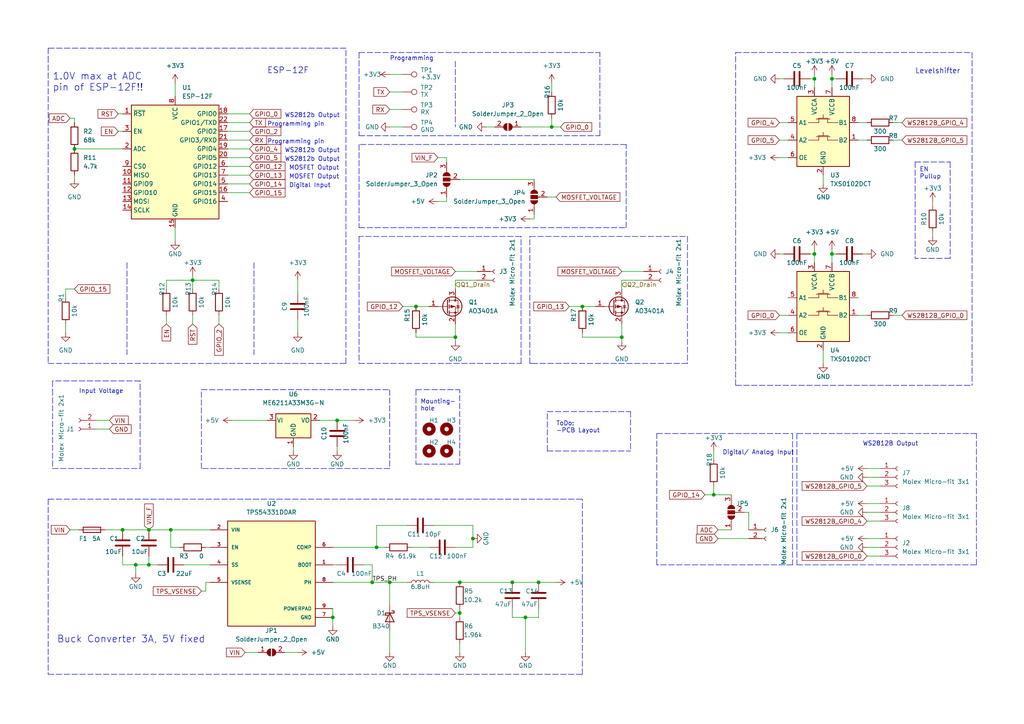
<source format=kicad_sch>
(kicad_sch (version 20211123) (generator eeschema)
  (paper "A4")
  (title_block (title "WLED ESP8266 molex microfit") (rev "1"))
  (junction (at 152.4 179.07))
  (junction (at 35.56 153.67))
  (junction (at 109.22 158.75))
  (junction (at 39.37 163.83))
  (junction (at 156.21 168.91))
  (junction (at 21.59 43.18))
  (junction (at 96.52 179.07))
  (junction (at 148.59 168.91))
  (junction (at 137.16 156.21))
  (junction (at 43.18 163.83))
  (junction (at 207.01 143.51))
  (junction (at 236.22 73.66))
  (junction (at 55.88 81.28))
  (junction (at 241.3 22.86))
  (junction (at 120.65 88.9))
  (junction (at 133.35 177.8))
  (junction (at 241.3 73.66))
  (junction (at 133.35 168.91))
  (junction (at 160.02 36.83))
  (junction (at 132.08 97.79))
  (junction (at 113.03 168.91))
  (junction (at 49.53 153.67))
  (junction (at 180.34 97.79))
  (junction (at 168.91 88.9))
  (junction (at 97.79 121.92))
  (junction (at 236.22 22.86))
  (junction (at 107.95 168.91))
  (junction (at 43.18 153.67))
  (polyline (pts (xy 168.91 195.58) (xy 168.91 144.78)))
  (wire (pts (xy 55.88 91.44) (xy 55.88 93.98)))
  (polyline (pts (xy 13.97 144.78) (xy 13.97 195.58)))
  (wire (pts (xy 259.08 91.44) (xy 261.62 91.44)))
  (wire (pts (xy 217.17 148.59) (xy 217.17 153.67)))
  (wire (pts (xy 241.3 73.66) (xy 241.3 76.2)))
  (wire (pts (xy 132.08 81.28) (xy 138.43 81.28)))
  (polyline (pts (xy 13.97 195.58) (xy 168.91 195.58)))
  (polyline (pts (xy 158.75 119.38) (xy 182.88 119.38)))
  (wire (pts (xy 21.59 34.29) (xy 21.59 35.56)))
  (wire (pts (xy 63.5 91.44) (xy 63.5 93.98)))
  (wire (pts (xy 30.48 153.67) (xy 35.56 153.67)))
  (wire (pts (xy 97.79 130.81) (xy 97.79 129.54)))
  (wire (pts (xy 133.35 168.91) (xy 148.59 168.91)))
  (wire (pts (xy 137.16 156.21) (xy 137.16 158.75)))
  (wire (pts (xy 113.03 182.88) (xy 113.03 189.23)))
  (wire (pts (xy 55.88 80.01) (xy 55.88 81.28)))
  (wire (pts (xy 96.52 176.53) (xy 96.52 179.07)))
  (wire (pts (xy 66.04 38.1) (xy 72.39 38.1)))
  (wire (pts (xy 226.06 35.56) (xy 228.6 35.56)))
  (wire (pts (xy 236.22 73.66) (xy 236.22 76.2)))
  (polyline (pts (xy 113.03 113.03) (xy 113.03 135.89)))
  (wire (pts (xy 160.02 36.83) (xy 162.56 36.83)))
  (wire (pts (xy 226.06 91.44) (xy 228.6 91.44)))
  (wire (pts (xy 43.18 163.83) (xy 39.37 163.83)))
  (wire (pts (xy 148.59 176.53) (xy 148.59 179.07)))
  (polyline (pts (xy 104.14 105.41) (xy 151.13 105.41)))
  (wire (pts (xy 119.38 158.75) (xy 124.46 158.75)))
  (polyline (pts (xy 173.99 39.37) (xy 173.99 15.24)))
  (polyline (pts (xy 15.24 135.89) (xy 40.64 135.89)))
  (wire (pts (xy 86.36 92.71) (xy 86.36 96.52)))
  (polyline (pts (xy 151.13 105.41) (xy 151.13 68.58)))
  (polyline (pts (xy 190.5 163.83) (xy 190.5 125.73)))
  (polyline (pts (xy 100.33 13.97) (xy 13.97 13.97)))
  (wire (pts (xy 133.35 52.07) (xy 154.94 52.07)))
  (wire (pts (xy 48.26 91.44) (xy 48.26 93.98)))
  (polyline (pts (xy 231.14 125.73) (xy 231.14 163.83)))
  (polyline (pts (xy 283.21 125.73) (xy 231.14 125.73)))
  (polyline (pts (xy 113.03 135.89) (xy 58.42 135.89)))
  (wire (pts (xy 156.21 168.91) (xy 161.29 168.91)))
  (polyline (pts (xy 199.39 105.41) (xy 154.94 105.41)))
  (polyline (pts (xy 13.97 105.41) (xy 100.33 105.41)))
  (polyline (pts (xy 275.59 74.93) (xy 265.43 74.93)))
  (wire (pts (xy 168.91 96.52) (xy 168.91 97.79)))
  (polyline (pts (xy 153.67 105.41) (xy 154.94 105.41)))
  (wire (pts (xy 207.01 143.51) (xy 212.09 143.51)))
  (wire (pts (xy 66.04 35.56) (xy 72.39 35.56)))
  (wire (pts (xy 113.03 175.26) (xy 113.03 168.91)))
  (polyline (pts (xy 275.59 46.99) (xy 275.59 74.93)))
  (wire (pts (xy 96.52 179.07) (xy 96.52 181.61)))
  (wire (pts (xy 226.06 22.86) (xy 227.33 22.86)))
  (polyline (pts (xy 213.36 111.76) (xy 281.94 111.76)))
  (wire (pts (xy 48.26 83.82) (xy 48.26 81.28)))
  (polyline (pts (xy 158.75 130.81) (xy 182.88 130.81)))
  (wire (pts (xy 82.55 189.23) (xy 86.36 189.23)))
  (wire (pts (xy 113.03 26.67) (xy 116.84 26.67)))
  (wire (pts (xy 251.46 73.66) (xy 250.19 73.66)))
  (wire (pts (xy 133.35 177.8) (xy 133.35 179.07)))
  (wire (pts (xy 39.37 163.83) (xy 39.37 166.37)))
  (wire (pts (xy 71.12 189.23) (xy 74.93 189.23)))
  (wire (pts (xy 270.51 58.42) (xy 270.51 59.69)))
  (wire (pts (xy 127 45.72) (xy 129.54 45.72)))
  (wire (pts (xy 125.73 168.91) (xy 133.35 168.91)))
  (polyline (pts (xy 104.14 66.04) (xy 181.61 66.04)))
  (wire (pts (xy 20.32 34.29) (xy 21.59 34.29)))
  (wire (pts (xy 66.04 45.72) (xy 72.39 45.72)))
  (polyline (pts (xy 36.83 76.2) (xy 36.83 102.87)))
  (wire (pts (xy 66.04 48.26) (xy 72.39 48.26)))
  (wire (pts (xy 129.54 46.99) (xy 129.54 45.72)))
  (wire (pts (xy 236.22 72.39) (xy 236.22 73.66)))
  (wire (pts (xy 241.3 72.39) (xy 241.3 73.66)))
  (wire (pts (xy 55.88 81.28) (xy 55.88 83.82)))
  (wire (pts (xy 35.56 163.83) (xy 35.56 161.29)))
  (wire (pts (xy 118.11 152.4) (xy 109.22 152.4)))
  (wire (pts (xy 251.46 156.21) (xy 255.27 156.21)))
  (wire (pts (xy 85.09 129.54) (xy 85.09 130.81)))
  (polyline (pts (xy 120.65 113.03) (xy 120.65 134.62)))
  (wire (pts (xy 105.41 163.83) (xy 107.95 163.83)))
  (wire (pts (xy 242.57 73.66) (xy 241.3 73.66)))
  (polyline (pts (xy 182.88 119.38) (xy 182.88 130.81)))
  (wire (pts (xy 127 58.42) (xy 129.54 58.42)))
  (wire (pts (xy 180.34 78.74) (xy 186.69 78.74)))
  (polyline (pts (xy 15.24 110.49) (xy 15.24 113.03)))
  (polyline (pts (xy 132.08 17.78) (xy 132.08 36.83)))
  (polyline (pts (xy 181.61 66.04) (xy 181.61 41.91)))
  (wire (pts (xy 31.75 124.46) (xy 27.94 124.46)))
  (wire (pts (xy 34.29 38.1) (xy 35.56 38.1)))
  (wire (pts (xy 180.34 97.79) (xy 180.34 99.06)))
  (wire (pts (xy 58.42 171.45) (xy 59.69 171.45)))
  (polyline (pts (xy 104.14 15.24) (xy 173.99 15.24)))
  (wire (pts (xy 116.84 88.9) (xy 120.65 88.9)))
  (polyline (pts (xy 120.65 134.62) (xy 133.35 134.62)))
  (wire (pts (xy 67.31 121.92) (xy 77.47 121.92)))
  (wire (pts (xy 113.03 36.83) (xy 116.84 36.83)))
  (wire (pts (xy 39.37 163.83) (xy 35.56 163.83)))
  (wire (pts (xy 97.79 121.92) (xy 102.87 121.92)))
  (wire (pts (xy 50.8 24.13) (xy 50.8 27.94)))
  (wire (pts (xy 251.46 140.97) (xy 255.27 140.97)))
  (wire (pts (xy 132.08 93.98) (xy 132.08 97.79)))
  (wire (pts (xy 19.05 86.36) (xy 19.05 83.82)))
  (wire (pts (xy 125.73 152.4) (xy 137.16 152.4)))
  (wire (pts (xy 251.46 148.59) (xy 255.27 148.59)))
  (wire (pts (xy 21.59 50.8) (xy 21.59 52.07)))
  (wire (pts (xy 154.94 62.23) (xy 154.94 63.5)))
  (wire (pts (xy 234.95 73.66) (xy 236.22 73.66)))
  (wire (pts (xy 160.02 24.13) (xy 160.02 26.67)))
  (wire (pts (xy 49.53 153.67) (xy 60.96 153.67)))
  (polyline (pts (xy 283.21 163.83) (xy 283.21 125.73)))
  (wire (pts (xy 132.08 78.74) (xy 138.43 78.74)))
  (wire (pts (xy 241.3 25.4) (xy 241.3 22.86)))
  (wire (pts (xy 251.46 146.05) (xy 255.27 146.05)))
  (wire (pts (xy 180.34 93.98) (xy 180.34 97.79)))
  (wire (pts (xy 248.92 35.56) (xy 251.46 35.56)))
  (wire (pts (xy 66.04 40.64) (xy 72.39 40.64)))
  (wire (pts (xy 19.05 83.82) (xy 21.59 83.82)))
  (wire (pts (xy 107.95 163.83) (xy 107.95 168.91)))
  (polyline (pts (xy 13.97 13.97) (xy 13.97 16.51)))
  (polyline (pts (xy 181.61 41.91) (xy 104.14 41.91)))
  (wire (pts (xy 251.46 158.75) (xy 255.27 158.75)))
  (wire (pts (xy 251.46 22.86) (xy 250.19 22.86)))
  (polyline (pts (xy 213.36 111.76) (xy 213.36 15.24)))
  (wire (pts (xy 53.34 163.83) (xy 60.96 163.83)))
  (wire (pts (xy 59.69 158.75) (xy 60.96 158.75)))
  (wire (pts (xy 50.8 66.04) (xy 50.8 69.85)))
  (wire (pts (xy 133.35 186.69) (xy 133.35 189.23)))
  (wire (pts (xy 204.47 143.51) (xy 207.01 143.51)))
  (wire (pts (xy 156.21 179.07) (xy 156.21 176.53)))
  (polyline (pts (xy 100.33 105.41) (xy 100.33 13.97)))
  (polyline (pts (xy 151.13 68.58) (xy 104.14 68.58)))
  (polyline (pts (xy 158.75 130.81) (xy 158.75 119.38)))
  (wire (pts (xy 241.3 22.86) (xy 242.57 22.86)))
  (wire (pts (xy 66.04 55.88) (xy 72.39 55.88)))
  (wire (pts (xy 43.18 153.67) (xy 49.53 153.67)))
  (wire (pts (xy 236.22 21.59) (xy 236.22 22.86)))
  (polyline (pts (xy 265.43 46.99) (xy 265.43 74.93)))
  (polyline (pts (xy 40.64 110.49) (xy 15.24 110.49)))
  (wire (pts (xy 20.32 153.67) (xy 22.86 153.67)))
  (polyline (pts (xy 153.67 68.58) (xy 199.39 68.58)))
  (wire (pts (xy 160.02 34.29) (xy 160.02 36.83)))
  (wire (pts (xy 226.06 96.52) (xy 228.6 96.52)))
  (wire (pts (xy 60.96 168.91) (xy 59.69 168.91)))
  (polyline (pts (xy 153.67 105.41) (xy 153.67 68.58)))
  (wire (pts (xy 113.03 21.59) (xy 116.84 21.59)))
  (wire (pts (xy 151.13 36.83) (xy 160.02 36.83)))
  (wire (pts (xy 238.76 50.8) (xy 238.76 53.34)))
  (polyline (pts (xy 15.24 113.03) (xy 15.24 135.89)))
  (polyline (pts (xy 104.14 39.37) (xy 173.99 39.37)))
  (wire (pts (xy 270.51 67.31) (xy 270.51 68.58)))
  (polyline (pts (xy 104.14 41.91) (xy 104.14 66.04)))
  (wire (pts (xy 208.28 153.67) (xy 212.09 153.67)))
  (wire (pts (xy 31.75 121.92) (xy 27.94 121.92)))
  (wire (pts (xy 251.46 138.43) (xy 255.27 138.43)))
  (wire (pts (xy 226.06 45.72) (xy 228.6 45.72)))
  (wire (pts (xy 45.72 163.83) (xy 43.18 163.83)))
  (wire (pts (xy 43.18 161.29) (xy 43.18 163.83)))
  (wire (pts (xy 63.5 81.28) (xy 63.5 83.82)))
  (polyline (pts (xy 231.14 163.83) (xy 283.21 163.83)))
  (polyline (pts (xy 13.97 144.78) (xy 168.91 144.78)))
  (wire (pts (xy 152.4 179.07) (xy 156.21 179.07)))
  (wire (pts (xy 132.08 158.75) (xy 137.16 158.75)))
  (wire (pts (xy 132.08 83.82) (xy 132.08 81.28)))
  (wire (pts (xy 34.29 33.02) (xy 35.56 33.02)))
  (polyline (pts (xy 281.94 15.24) (xy 281.94 111.76)))
  (wire (pts (xy 259.08 35.56) (xy 261.62 35.56)))
  (polyline (pts (xy 265.43 46.99) (xy 275.59 46.99)))
  (wire (pts (xy 207.01 130.81) (xy 207.01 133.35)))
  (wire (pts (xy 66.04 50.8) (xy 72.39 50.8)))
  (wire (pts (xy 59.69 168.91) (xy 59.69 171.45)))
  (wire (pts (xy 109.22 158.75) (xy 111.76 158.75)))
  (wire (pts (xy 133.35 176.53) (xy 133.35 177.8)))
  (wire (pts (xy 259.08 40.64) (xy 261.62 40.64)))
  (wire (pts (xy 140.97 36.83) (xy 143.51 36.83)))
  (wire (pts (xy 96.52 163.83) (xy 97.79 163.83)))
  (wire (pts (xy 19.05 93.98) (xy 19.05 96.52)))
  (wire (pts (xy 148.59 168.91) (xy 156.21 168.91)))
  (wire (pts (xy 113.03 168.91) (xy 118.11 168.91)))
  (polyline (pts (xy 133.35 134.62) (xy 133.35 113.03)))
  (wire (pts (xy 234.95 22.86) (xy 236.22 22.86)))
  (polyline (pts (xy 199.39 68.58) (xy 199.39 105.41)))
  (wire (pts (xy 158.75 57.15) (xy 161.29 57.15)))
  (polyline (pts (xy 58.42 135.89) (xy 58.42 113.03)))
  (wire (pts (xy 165.1 88.9) (xy 168.91 88.9)))
  (wire (pts (xy 251.46 135.89) (xy 255.27 135.89)))
  (polyline (pts (xy 190.5 125.73) (xy 229.87 125.73)))
  (wire (pts (xy 238.76 101.6) (xy 238.76 105.41)))
  (polyline (pts (xy 40.64 135.89) (xy 40.64 110.49)))
  (polyline (pts (xy 229.87 163.83) (xy 190.5 163.83)))
  (polyline (pts (xy 13.97 16.51) (xy 13.97 105.41)))
  (wire (pts (xy 129.54 57.15) (xy 129.54 58.42)))
  (wire (pts (xy 168.91 97.79) (xy 180.34 97.79)))
  (wire (pts (xy 226.06 73.66) (xy 227.33 73.66)))
  (wire (pts (xy 180.34 83.82) (xy 180.34 81.28)))
  (wire (pts (xy 168.91 88.9) (xy 172.72 88.9)))
  (polyline (pts (xy 104.14 68.58) (xy 104.14 105.41)))
  (wire (pts (xy 137.16 152.4) (xy 137.16 156.21)))
  (wire (pts (xy 180.34 81.28) (xy 186.69 81.28)))
  (polyline (pts (xy 120.65 113.03) (xy 133.35 113.03)))
  (polyline (pts (xy 104.14 15.24) (xy 104.14 39.37)))
  (wire (pts (xy 96.52 158.75) (xy 109.22 158.75)))
  (wire (pts (xy 66.04 43.18) (xy 72.39 43.18)))
  (wire (pts (xy 52.07 158.75) (xy 49.53 158.75)))
  (polyline (pts (xy 58.42 113.03) (xy 113.03 113.03)))
  (wire (pts (xy 241.3 21.59) (xy 241.3 22.86)))
  (wire (pts (xy 120.65 96.52) (xy 120.65 97.79)))
  (wire (pts (xy 251.46 161.29) (xy 255.27 161.29)))
  (wire (pts (xy 49.53 153.67) (xy 49.53 158.75)))
  (wire (pts (xy 248.92 40.64) (xy 251.46 40.64)))
  (wire (pts (xy 215.9 148.59) (xy 217.17 148.59)))
  (wire (pts (xy 208.28 156.21) (xy 217.17 156.21)))
  (polyline (pts (xy 229.87 125.73) (xy 229.87 163.83)))
  (wire (pts (xy 132.08 177.8) (xy 133.35 177.8)))
  (wire (pts (xy 226.06 40.64) (xy 228.6 40.64)))
  (wire (pts (xy 66.04 33.02) (xy 72.39 33.02)))
  (wire (pts (xy 66.04 53.34) (xy 72.39 53.34)))
  (wire (pts (xy 107.95 168.91) (xy 113.03 168.91)))
  (wire (pts (xy 152.4 179.07) (xy 152.4 189.23)))
  (wire (pts (xy 48.26 81.28) (xy 55.88 81.28)))
  (wire (pts (xy 207.01 140.97) (xy 207.01 143.51)))
  (wire (pts (xy 120.65 88.9) (xy 124.46 88.9)))
  (wire (pts (xy 86.36 81.28) (xy 86.36 85.09)))
  (wire (pts (xy 251.46 151.13) (xy 255.27 151.13)))
  (polyline (pts (xy 73.66 76.2) (xy 73.66 102.87)))
  (wire (pts (xy 35.56 153.67) (xy 43.18 153.67)))
  (polyline (pts (xy 213.36 15.24) (xy 281.94 15.24)))
  (wire (pts (xy 92.71 121.92) (xy 97.79 121.92)))
  (wire (pts (xy 120.65 97.79) (xy 132.08 97.79)))
  (wire (pts (xy 113.03 31.75) (xy 116.84 31.75)))
  (wire (pts (xy 21.59 43.18) (xy 35.56 43.18)))
  (wire (pts (xy 236.22 22.86) (xy 236.22 25.4)))
  (wire (pts (xy 148.59 179.07) (xy 152.4 179.07)))
  (wire (pts (xy 153.67 63.5) (xy 154.94 63.5)))
  (wire (pts (xy 248.92 91.44) (xy 251.46 91.44)))
  (wire (pts (xy 132.08 97.79) (xy 132.08 99.06)))
  (wire (pts (xy 55.88 81.28) (xy 63.5 81.28)))
  (wire (pts (xy 96.52 168.91) (xy 107.95 168.91)))
  (wire (pts (xy 109.22 152.4) (xy 109.22 158.75)))
  (text "Digital/ Analog Input\n" (at 209.55 132.08 0) (effects (font (size 1.27 1.27)) (justify left bottom)))
  (text "MOSFET Output" (at 83.82 52.07 0) (effects (font (size 1.27 1.27)) (justify left bottom)))
  (text "ToDo:\n-PCB Layout" (at 161.29 125.73 0) (effects (font (size 1.27 1.27)) (justify left bottom)))
  (text "WS2812b Output" (at 82.55 44.45 0) (effects (font (size 1.27 1.27)) (justify left bottom)))
  (text "ESP-12F" (at 77.47 21.59 0) (effects (font (size 1.75 1.75)) (justify left bottom)))
  (text "WS2812b Output" (at 82.55 46.99 0) (effects (font (size 1.27 1.27)) (justify left bottom)))
  (text "Programming pin" (at 77.47 41.91 0) (effects (font (size 1.27 1.27)) (justify left bottom)))
  (text "MOSFET Output" (at 83.82 49.53 0) (effects (font (size 1.27 1.27)) (justify left bottom)))
  (text "EN\nPullup" (at 266.7 52.07 0) (effects (font (size 1.27 1.27)) (justify left bottom)))
  (text "WS2812b Output" (at 82.55 34.29 0) (effects (font (size 1.27 1.27)) (justify left bottom)))
  (text "Digital Input" (at 83.82 54.61 0) (effects (font (size 1.27 1.27)) (justify left bottom)))
  (text "Programming pin" (at 77.47 36.83 0) (effects (font (size 1.27 1.27)) (justify left bottom)))
  (text "Mounting-\nhole" (at 121.92 119.38 0) (effects (font (size 1.27 1.27)) (justify left bottom)))
  (text "1.0V max at ADC\npin of ESP-12F!!" (at 15.24 26.67 0) (effects (font (size 2 2)) (justify left bottom)))
  (text "Programming" (at 113.03 17.78 0) (effects (font (size 1.27 1.27)) (justify left bottom)))
  (text "Levelshifter" (at 265.43 21.59 0) (effects (font (size 1.5 1.5)) (justify left bottom)))
  (text "Input Voltage" (at 22.86 114.3 0) (effects (font (size 1.27 1.27)) (justify left bottom)))
  (text "WS2812B Output" (at 250.19 129.54 0) (effects (font (size 1.27 1.27)) (justify left bottom)))
  (text "Buck Converter 3A, 5V fixed" (at 16.51 186.69 0) (effects (font (size 2 2)) (justify left bottom)))
  (label "TPS_PH" (at 107.95 168.91 0))
  (global_label "GPIO_15" (shape input) (at 72.39 55.88 0) (property "Intersheet References" "${INTERSHEET_REFS}" (effects hide)))
  (global_label "ADC" (shape input) (at 208.28 153.67 180) (property "Intersheet References" "${INTERSHEET_REFS}" (effects hide)))
  (global_label "GPIO_2" (shape input) (at 63.5 93.98 270) (property "Intersheet References" "${INTERSHEET_REFS}" (effects hide)))
  (global_label "GPIO_12" (shape input) (at 72.39 48.26 0) (property "Intersheet References" "${INTERSHEET_REFS}" (effects hide)))
  (global_label "MOSFET_VOLTAGE" (shape input) (at 132.08 78.74 180) (property "Intersheet References" "${INTERSHEET_REFS}" (effects hide)))
  (global_label "GPIO_5" (shape input) (at 72.39 45.72 0) (property "Intersheet References" "${INTERSHEET_REFS}" (effects hide)))
  (global_label "GPIO_2" (shape input) (at 72.39 38.1 0) (property "Intersheet References" "${INTERSHEET_REFS}" (effects hide)))
  (global_label "GPIO_0" (shape input) (at 72.39 33.02 0) (property "Intersheet References" "${INTERSHEET_REFS}" (effects hide)))
  (global_label "TPS_VSENSE" (shape input) (at 132.08 177.8 180) (property "Intersheet References" "${INTERSHEET_REFS}" (effects hide)))
  (global_label "WS2812B_GPIO_0" (shape input) (at 251.46 161.29 180) (property "Intersheet References" "${INTERSHEET_REFS}" (effects hide)))
  (global_label "EN" (shape input) (at 34.29 38.1 180) (property "Intersheet References" "${INTERSHEET_REFS}" (effects hide)))
  (global_label "GPIO_15" (shape input) (at 21.59 83.82 0) (property "Intersheet References" "${INTERSHEET_REFS}" (effects hide)))
  (global_label "GND" (shape input) (at 31.75 124.46 0) (property "Intersheet References" "${INTERSHEET_REFS}" (effects hide)))
  (global_label "GPIO_4" (shape input) (at 226.06 35.56 180) (property "Intersheet References" "${INTERSHEET_REFS}" (effects hide)))
  (global_label "MOSFET_VOLTAGE" (shape input) (at 161.29 57.15 0) (property "Intersheet References" "${INTERSHEET_REFS}" (effects hide)))
  (global_label "ADC" (shape input) (at 20.32 34.29 180) (property "Intersheet References" "${INTERSHEET_REFS}" (effects hide)))
  (global_label "RST" (shape input) (at 34.29 33.02 180) (property "Intersheet References" "${INTERSHEET_REFS}" (effects hide)))
  (global_label "WS2812B_GPIO_5" (shape input) (at 261.62 40.64 0) (property "Intersheet References" "${INTERSHEET_REFS}" (effects hide)))
  (global_label "VIN_F" (shape input) (at 127 45.72 180) (property "Intersheet References" "${INTERSHEET_REFS}" (effects hide)))
  (global_label "GPIO_14" (shape input) (at 204.47 143.51 180) (property "Intersheet References" "${INTERSHEET_REFS}" (effects hide)))
  (global_label "GPIO_4" (shape input) (at 72.39 43.18 0) (property "Intersheet References" "${INTERSHEET_REFS}" (effects hide)))
  (global_label "GPIO_14" (shape input) (at 72.39 53.34 0) (property "Intersheet References" "${INTERSHEET_REFS}" (effects hide)))
  (global_label "RST" (shape input) (at 55.88 93.98 270) (property "Intersheet References" "${INTERSHEET_REFS}" (effects hide)))
  (global_label "RX" (shape input) (at 113.03 31.75 180) (property "Intersheet References" "${INTERSHEET_REFS}" (effects hide)))
  (global_label "WS2812B_GPIO_4" (shape input) (at 261.62 35.56 0) (property "Intersheet References" "${INTERSHEET_REFS}" (effects hide)))
  (global_label "WS2812B_GPIO_4" (shape input) (at 251.46 151.13 180) (property "Intersheet References" "${INTERSHEET_REFS}" (effects hide)))
  (global_label "VIN" (shape input) (at 31.75 121.92 0) (property "Intersheet References" "${INTERSHEET_REFS}" (effects hide)))
  (global_label "VIN" (shape input) (at 71.12 189.23 180) (property "Intersheet References" "${INTERSHEET_REFS}" (effects hide)))
  (global_label "GND" (shape input) (at 208.28 156.21 180) (property "Intersheet References" "${INTERSHEET_REFS}" (effects hide)))
  (global_label "WS2812B_GPIO_5" (shape input) (at 251.46 140.97 180) (property "Intersheet References" "${INTERSHEET_REFS}" (effects hide)))
  (global_label "TPS_VSENSE" (shape input) (at 58.42 171.45 180) (property "Intersheet References" "${INTERSHEET_REFS}" (effects hide)))
  (global_label "TX" (shape input) (at 72.39 35.56 0) (property "Intersheet References" "${INTERSHEET_REFS}" (effects hide)))
  (global_label "VIN" (shape input) (at 20.32 153.67 180) (property "Intersheet References" "${INTERSHEET_REFS}" (effects hide)))
  (global_label "GPIO_0" (shape input) (at 226.06 91.44 180) (property "Intersheet References" "${INTERSHEET_REFS}" (effects hide)))
  (global_label "GPIO_12" (shape input) (at 116.84 88.9 180) (property "Intersheet References" "${INTERSHEET_REFS}" (effects hide)))
  (global_label "GPIO_5" (shape input) (at 226.06 40.64 180) (property "Intersheet References" "${INTERSHEET_REFS}" (effects hide)))
  (global_label "GPIO_13" (shape input) (at 165.1 88.9 180) (property "Intersheet References" "${INTERSHEET_REFS}" (effects hide)))
  (global_label "EN" (shape input) (at 48.26 93.98 270) (property "Intersheet References" "${INTERSHEET_REFS}" (effects hide)))
  (global_label "VIN_F" (shape input) (at 43.18 153.67 90) (property "Intersheet References" "${INTERSHEET_REFS}" (effects hide)))
  (global_label "TX" (shape input) (at 113.03 26.67 180) (property "Intersheet References" "${INTERSHEET_REFS}" (effects hide)))
  (global_label "GPIO_0" (shape input) (at 162.56 36.83 0) (property "Intersheet References" "${INTERSHEET_REFS}" (effects hide)))
  (global_label "WS2812B_GPIO_0" (shape input) (at 261.62 91.44 0) (property "Intersheet References" "${INTERSHEET_REFS}" (effects hide)))
  (global_label "MOSFET_VOLTAGE" (shape input) (at 180.34 78.74 180) (property "Intersheet References" "${INTERSHEET_REFS}" (effects hide)))
  (global_label "RX" (shape input) (at 72.39 40.64 0) (property "Intersheet References" "${INTERSHEET_REFS}" (effects hide)))
  (global_label "GPIO_13" (shape input) (at 72.39 50.8 0) (property "Intersheet References" "${INTERSHEET_REFS}" (effects hide)))
  (hierarchical_label "Q1_Drain" (shape input) (at 132.08 82.55 0))
  (hierarchical_label "Q2_Drain" (shape input) (at 180.34 82.55 0))
  (symbol (lib_id "Device:Fuse") (at 26.67 153.67 90) (unit 1)
    (property "Reference" "F1" (at 24.13 156.21 90))
    (property "Value" "5A" (at 27.94 156.21 90))
    (property "Footprint" "Fuse:Fuse_1206_3216Metric_Pad1.42x1.75mm_HandSolder" (effects hide))
  )
  (symbol (lib_id "power:GND") (at 85.09 130.81 0) (unit 1)
    (property "Reference" "#PWR0131" (effects hide))
    (property "Value" "GND" (at 85.09 134.62 0))
  )
  (symbol (lib_id "Jumper:SolderJumper_2_Open") (at 147.32 36.83 180) (unit 1)
    (property "Reference" "JP3" (at 147.32 30.48 0))
    (property "Value" "SolderJumper_2_Open" (at 147.32 33.02 0))
    (property "Footprint" "Jumper:SolderJumper-2_P1.3mm_Open_RoundedPad1.0x1.5mm" (effects hide))
  )
  (symbol (lib_id "Device:R") (at 48.26 87.63 180) (unit 1)
    (property "Reference" "R12" (at 46.99 83.82 90))
    (property "Value" "10k" (at 50.8 87.63 90))
    (property "Footprint" "Capacitor_SMD:C_0402_1005Metric_Pad0.74x0.62mm_HandSolder" (effects hide))
  )
  (symbol (lib_id "Device:C") (at 35.56 157.48 0) (unit 1)
    (property "Reference" "C1" (at 31.75 156.21 0) (effects (justify left)))
    (property "Value" "10uF" (at 30.48 160.02 0) (effects (justify left)))
    (property "Footprint" "Capacitor_SMD:C_1206_3216Metric_Pad1.33x1.80mm_HandSolder" (effects hide))
  )
  (symbol (lib_id "power:GND") (at 19.05 96.52 0) (unit 1)
    (property "Reference" "#PWR0127" (effects hide))
    (property "Value" "GND" (at 19.05 101.6 0))
  )
  (symbol (lib_id "Device:C") (at 86.36 88.9 180) (unit 1)
    (property "Reference" "C9" (at 82.55 88.9 90))
    (property "Value" "100nF" (at 88.9 88.9 90))
    (property "Footprint" "Capacitor_SMD:C_0603_1608Metric_Pad1.08x0.95mm_HandSolder" (effects hide))
  )
  (symbol (lib_id "Transistor_FET:AO3401A") (at 129.54 88.9 0) (unit 1)
    (property "Reference" "Q1" (at 135.89 87.6299 0) (effects (justify left)))
    (property "Value" "AO3401A" (at 135.89 90.1699 0) (effects (justify left)))
    (property "Footprint" "Package_TO_SOT_SMD:SOT-23" (effects hide))
    (property "Datasheet" "http://www.aosmd.com/pdfs/datasheet/AO3401A.pdf" (effects hide))
  )
  (symbol (lib_id "power:+5V") (at 251.46 146.05 90) (unit 1)
    (property "Reference" "#PWR0139" (effects hide))
    (property "Value" "+5V" (at 247.65 146.0499 90) (effects (justify left)))
  )
  (symbol (lib_id "Device:L") (at 121.92 168.91 90) (unit 1)
    (property "Reference" "L1" (at 121.92 166.37 90))
    (property "Value" "6.8uH" (at 121.92 170.18 90))
    (property "Footprint" "Inductor_SMD:L_10.4x10.4_H4.8" (effects hide))
  )
  (symbol (lib_id "Device:C") (at 246.38 73.66 90) (unit 1)
    (property "Reference" "C8" (at 246.38 69.85 90))
    (property "Value" "100nF" (at 246.38 76.2 90))
    (property "Footprint" "Capacitor_SMD:C_0603_1608Metric_Pad1.08x0.95mm_HandSolder" (effects hide))
  )
  (symbol (lib_id "Device:C") (at 43.18 157.48 0) (unit 1)
    (property "Reference" "C2" (at 39.37 156.21 0) (effects (justify left)))
    (property "Value" "10uF" (at 38.1 160.02 0) (effects (justify left)))
    (property "Footprint" "Capacitor_SMD:C_1206_3216Metric_Pad1.33x1.80mm_HandSolder" (effects hide))
  )
  (symbol (lib_id "Device:C") (at 231.14 73.66 90) (unit 1)
    (property "Reference" "C6" (at 231.14 69.85 90))
    (property "Value" "100nF" (at 231.14 76.2 90))
    (property "Footprint" "Capacitor_SMD:C_0603_1608Metric_Pad1.08x0.95mm_HandSolder" (effects hide))
  )
  (symbol (lib_id "power:+3.3V") (at 55.88 80.01 0) (unit 1)
    (property "Reference" "#PWR0128" (effects hide))
    (property "Value" "+3.3V" (at 55.88 76.2 0))
  )
  (symbol (lib_id "power:GND") (at 251.46 73.66 90) (unit 1)
    (property "Reference" "#PWR0106" (effects hide))
    (property "Value" "GND" (at 255.27 73.66 90) (effects (justify right)))
  )
  (symbol (lib_id "Device:C") (at 156.21 172.72 0) (unit 1)
    (property "Reference" "C14" (at 152.4 171.45 0) (effects (justify left)))
    (property "Value" "47uF" (at 151.13 175.26 0) (effects (justify left)))
    (property "Footprint" "Capacitor_SMD:C_1206_3216Metric_Pad1.33x1.80mm_HandSolder" (effects hide))
  )
  (symbol (lib_id "power:GND") (at 86.36 96.52 0) (unit 1)
    (property "Reference" "#PWR0125" (effects hide))
    (property "Value" "GND" (at 86.36 101.6 0))
  )
  (symbol (lib_id "Jumper:SolderJumper_3_Open") (at 212.09 148.59 90) (unit 1)
    (property "Reference" "JP5" (at 217.17 146.05 90) (effects (justify left)))
    (property "Value" "SolderJumper_3_Open" (effects hide))
    (property "Footprint" "Jumper:SolderJumper-3_P1.3mm_Open_RoundedPad1.0x1.5mm_NumberLabels" (effects hide))
  )
  (symbol (lib_id "Connector:Conn_01x02_Female") (at 222.25 153.67 0) (unit 1)
    (property "Reference" "J6" (at 223.52 153.6699 0) (effects (justify left)))
    (property "Value" "Molex Micro-fit 2x1" (at 227.33 163.83 90) (effects (justify left)))
    (property "Footprint" "Connector_Molex:Molex_Micro-Fit_3.0_43650-0200_1x02_P3.00mm_Horizontal" (effects hide))
  )
  (symbol (lib_id "Device:R") (at 133.35 172.72 180) (unit 1)
    (property "Reference" "R5" (at 135.89 171.45 0))
    (property "Value" "10.2k" (at 137.16 173.99 0))
    (property "Footprint" "Resistor_SMD:R_0603_1608Metric_Pad0.98x0.95mm_HandSolder" (effects hide))
  )
  (symbol (lib_id "power:GND") (at 132.08 99.06 0) (unit 1)
    (property "Reference" "#PWR0102" (effects hide))
    (property "Value" "GND" (at 132.08 104.14 0))
  )
  (symbol (lib_id "TPS54331DDAR:TPS54331DDAR") (at 78.74 166.37 0) (unit 1)
    (property "Reference" "U2" (at 78.74 146.05 0))
    (property "Value" "TPS54331DDAR" (at 78.74 148.59 0))
    (property "Footprint" "CONV_TPS54331DDAR" (effects hide))
    (property "STANDARD" "Manufacturer Recommendations" (effects hide))
    (property "PARTREV" "F" (effects hide))
    (property "MAXIMUM_PACKAGE_HEIGHT" "1.70 mm" (effects hide))
    (property "MANUFACTURER" "Texas Instruments" (effects hide))
  )
  (symbol (lib_id "Device:C") (at 128.27 158.75 270) (unit 1)
    (property "Reference" "C12" (at 124.46 161.29 90) (effects (justify left)))
    (property "Value" "100nF" (at 129.54 161.29 90) (effects (justify left)))
    (property "Footprint" "Capacitor_SMD:C_0402_1005Metric_Pad0.74x0.62mm_HandSolder" (effects hide))
  )
  (symbol (lib_id "power:GND") (at 140.97 36.83 270) (unit 1)
    (property "Reference" "#PWR0124" (effects hide))
    (property "Value" "GND" (at 137.16 36.8299 90) (effects (justify right)))
  )
  (symbol (lib_id "Logic_LevelTranslator:TXS0102DCT") (at 238.76 88.9 0) (unit 1)
    (property "Reference" "U4" (at 240.7794 101.6 0) (effects (justify left)))
    (property "Value" "TXS0102DCT" (at 240.7794 104.14 0) (effects (justify left)))
    (property "Footprint" "Package_SO:SSOP-8_2.95x2.8mm_P0.65mm" (effects hide))
    (property "Datasheet" "http://www.ti.com/lit/gpn/txs0102" (effects hide))
  )
  (symbol (lib_id "Jumper:SolderJumper_3_Open") (at 154.94 57.15 90) (unit 1)
    (property "Reference" "JP4" (at 152.4 55.8799 90) (effects (justify left)))
    (property "Value" "SolderJumper_3_Open" (at 152.4 58.4199 90) (effects (justify left)))
    (property "Footprint" "Jumper:SolderJumper-3_P1.3mm_Open_RoundedPad1.0x1.5mm_NumberLabels" (effects hide))
  )
  (symbol (lib_id "power:GND") (at 39.37 166.37 0) (unit 1)
    (property "Reference" "#PWR0104" (effects hide))
    (property "Value" "GND" (at 39.37 170.18 0))
  )
  (symbol (lib_id "power:+3.3V") (at 236.22 21.59 0) (unit 1)
    (property "Reference" "#PWR0114" (effects hide))
    (property "Value" "+3.3V" (at 236.22 17.78 0))
  )
  (symbol (lib_id "Device:C") (at 148.59 172.72 0) (unit 1)
    (property "Reference" "C13" (at 144.78 171.45 0) (effects (justify left)))
    (property "Value" "47uF" (at 143.51 175.26 0) (effects (justify left)))
    (property "Footprint" "Capacitor_SMD:C_1206_3216Metric_Pad1.33x1.80mm_HandSolder" (effects hide))
  )
  (symbol (lib_id "Device:C") (at 97.79 125.73 180) (unit 1)
    (property "Reference" "C10" (at 93.98 125.73 90))
    (property "Value" "100nF" (at 100.33 125.73 90))
    (property "Footprint" "Capacitor_SMD:C_0603_1608Metric_Pad1.08x0.95mm_HandSolder" (effects hide))
  )
  (symbol (lib_id "power:GND") (at 152.4 189.23 0) (unit 1)
    (property "Reference" "#PWR0136" (effects hide))
    (property "Value" "GND" (at 152.4 193.04 0))
  )
  (symbol (lib_id "Device:R") (at 115.57 158.75 90) (unit 1)
    (property "Reference" "R4" (at 113.03 161.29 90))
    (property "Value" "61.9k" (at 118.11 161.29 90))
    (property "Footprint" "Resistor_SMD:R_0603_1608Metric_Pad0.98x0.95mm_HandSolder" (effects hide))
  )
  (symbol (lib_id "power:+3.3V") (at 86.36 81.28 0) (unit 1)
    (property "Reference" "#PWR0126" (effects hide))
    (property "Value" "+3.3V" (at 86.36 76.2 0))
  )
  (symbol (lib_id "power:+5V") (at 86.36 189.23 270) (unit 1)
    (property "Reference" "#PWR0144" (effects hide))
    (property "Value" "+5V" (at 90.17 189.2299 90) (effects (justify left)))
  )
  (symbol (lib_id "power:+3.3V") (at 160.02 24.13 0) (unit 1)
    (property "Reference" "#PWR0134" (effects hide))
    (property "Value" "+3.3V" (at 160.02 19.05 0))
  )
  (symbol (lib_id "power:GND") (at 137.16 156.21 90) (unit 1)
    (property "Reference" "#PWR0120" (effects hide))
    (property "Value" "GND" (at 140.97 156.21 0))
  )
  (symbol (lib_id "power:+5V") (at 251.46 156.21 90) (unit 1)
    (property "Reference" "#PWR0140" (effects hide))
    (property "Value" "+5V" (at 247.65 156.2099 90) (effects (justify left)))
  )
  (symbol (lib_id "Diode:B340") (at 113.03 179.07 270) (unit 1)
    (property "Reference" "D1" (at 109.22 177.8 90) (effects (justify left)))
    (property "Value" "B340" (at 107.95 181.61 90) (effects (justify left)))
    (property "Footprint" "Diode_SMD:D_SMC" (effects hide))
    (property "Datasheet" "http://www.jameco.com/Jameco/Products/ProdDS/1538777.pdf" (effects hide))
  )
  (symbol (lib_id "Mechanical:MountingHole") (at 124.46 130.81 0) (unit 1)
    (property "Reference" "H2" (at 124.46 128.27 0) (effects (justify left)))
    (property "Value" "MountingHole" (effects hide))
    (property "Footprint" "MountingHole:MountingHole_3.2mm_M3_DIN965" (effects hide))
  )
  (symbol (lib_id "power:+5V") (at 251.46 135.89 90) (unit 1)
    (property "Reference" "#PWR0138" (effects hide))
    (property "Value" "+5V" (at 247.65 135.8899 90) (effects (justify left)))
  )
  (symbol (lib_id "Device:R") (at 255.27 40.64 90) (unit 1)
    (property "Reference" "R8" (at 259.08 39.37 90))
    (property "Value" "300" (at 255.27 43.18 90))
    (property "Footprint" "Capacitor_SMD:C_0603_1608Metric_Pad1.08x0.95mm_HandSolder" (effects hide))
  )
  (symbol (lib_id "power:+5V") (at 241.3 21.59 0) (unit 1)
    (property "Reference" "#PWR0113" (effects hide))
    (property "Value" "+5V" (at 241.3 17.78 0))
  )
  (symbol (lib_id "power:GND") (at 113.03 36.83 270) (unit 1)
    (property "Reference" "#PWR0146" (effects hide))
    (property "Value" "GND" (at 107.95 36.83 90))
  )
  (symbol (lib_id "power:+5V") (at 241.3 72.39 0) (unit 1)
    (property "Reference" "#PWR0107" (effects hide))
    (property "Value" "+5V" (at 241.3 67.31 0))
  )
  (symbol (lib_id "power:GND") (at 113.03 189.23 0) (unit 1)
    (property "Reference" "#PWR0121" (effects hide))
    (property "Value" "GND" (at 113.03 193.04 0))
  )
  (symbol (lib_id "Connector:Conn_01x02_Female") (at 191.77 78.74 0) (unit 1)
    (property "Reference" "J4" (at 193.04 78.7399 0) (effects (justify left)))
    (property "Value" "Molex Micro-fit 2x1" (at 196.85 88.9 90) (effects (justify left)))
    (property "Footprint" "Connector_Molex:Molex_Micro-Fit_3.0_43650-0200_1x02_P3.00mm_Horizontal" (effects hide))
  )
  (symbol (lib_id "Connector:Conn_01x02_Female") (at 143.51 78.74 0) (unit 1)
    (property "Reference" "J3" (at 144.78 78.7399 0) (effects (justify left)))
    (property "Value" "Molex Micro-fit 2x1" (at 148.59 88.9 90) (effects (justify left)))
    (property "Footprint" "Connector_Molex:Molex_Micro-Fit_3.0_43650-0200_1x02_P3.00mm_Horizontal" (effects hide))
  )
  (symbol (lib_id "power:GND") (at 180.34 99.06 0) (unit 1)
    (property "Reference" "#PWR0135" (effects hide))
    (property "Value" "GND" (at 180.34 104.14 0))
  )
  (symbol (lib_id "power:+3.3V") (at 113.03 21.59 90) (unit 1)
    (property "Reference" "#PWR0145" (effects hide))
    (property "Value" "+3.3V" (at 107.95 21.59 90))
  )
  (symbol (lib_id "Device:C") (at 246.38 22.86 90) (unit 1)
    (property "Reference" "C7" (at 246.38 19.05 90))
    (property "Value" "100nF" (at 246.38 25.4 90))
    (property "Footprint" "Capacitor_SMD:C_0603_1608Metric_Pad1.08x0.95mm_HandSolder" (effects hide))
  )
  (symbol (lib_id "Connector:Conn_01x03_Female") (at 260.35 138.43 0) (unit 1)
    (property "Reference" "J7" (at 261.62 137.1599 0) (effects (justify left)))
    (property "Value" "Molex Micro-fit 3x1" (at 261.62 139.6999 0) (effects (justify left)))
    (property "Footprint" "Connector_Molex:Molex_Micro-Fit_3.0_43650-0300_1x03_P3.00mm_Horizontal" (effects hide))
  )
  (symbol (lib_id "Device:R") (at 168.91 92.71 180) (unit 1)
    (property "Reference" "R17" (at 166.37 91.44 90))
    (property "Value" "10k" (at 171.45 92.71 90))
    (property "Footprint" "Capacitor_SMD:C_0402_1005Metric_Pad0.74x0.62mm_HandSolder" (effects hide))
  )
  (symbol (lib_id "power:+3.3V") (at 102.87 121.92 270) (unit 1)
    (property "Reference" "#PWR0130" (effects hide))
    (property "Value" "+3.3V" (at 106.68 121.9199 90) (effects (justify left)))
  )
  (symbol (lib_id "Device:R") (at 21.59 46.99 0) (unit 1)
    (property "Reference" "R11" (at 24.13 45.7199 0) (effects (justify left)))
    (property "Value" "4.7k" (at 24.13 48.2599 0) (effects (justify left)))
    (property "Footprint" "Resistor_SMD:R_0805_2012Metric_Pad1.20x1.40mm_HandSolder" (effects hide))
  )
  (symbol (lib_id "power:GND") (at 50.8 69.85 0) (unit 1)
    (property "Reference" "#PWR0101" (effects hide))
    (property "Value" "GND" (at 50.8 73.66 0))
  )
  (symbol (lib_id "power:GND") (at 133.35 189.23 0) (unit 1)
    (property "Reference" "#PWR0122" (effects hide))
    (property "Value" "GND" (at 133.35 193.04 0))
  )
  (symbol (lib_id "Connector:TestPoint") (at 116.84 21.59 270) (unit 1)
    (property "Reference" "TP1" (at 121.92 20.32 90) (effects (justify left)))
    (property "Value" "+3.3V" (at 121.92 22.3521 90) (effects (justify left)))
    (property "Footprint" "TestPoint:TestPoint_Pad_D1.5mm" (effects hide))
  )
  (symbol (lib_id "Regulator_Linear:AMS1117CD-3.3") (at 85.09 121.92 0) (unit 1)
    (property "Reference" "U6" (at 85.09 114.3 0))
    (property "Value" "ME6211A33M3G-N" (at 85.09 116.84 0))
    (property "Footprint" "Package_TO_SOT_SMD:SOT-23" (effects hide))
    (property "Datasheet" "http://www.advanced-monolithic.com/pdf/ds1117.pdf" (effects hide))
  )
  (symbol (lib_id "Connector:Conn_01x03_Female") (at 260.35 158.75 0) (unit 1)
    (property "Reference" "J2" (at 261.62 157.4799 0) (effects (justify left)))
    (property "Value" "Molex Micro-fit 3x1" (at 261.62 160.0199 0) (effects (justify left)))
    (property "Footprint" "Connector_Molex:Molex_Micro-Fit_3.0_43650-0300_1x03_P3.00mm_Horizontal" (effects hide))
  )
  (symbol (lib_id "RF_Module:ESP-12F") (at 50.8 48.26 0) (unit 1)
    (property "Reference" "U1" (at 52.8194 25.4 0) (effects (justify left)))
    (property "Value" "ESP-12F" (at 52.8194 27.94 0) (effects (justify left)))
    (property "Footprint" "RF_Module:ESP-12E" (effects hide))
    (property "Datasheet" "http://wiki.ai-thinker.com/_media/esp8266/esp8266_series_modules_user_manual_v1.1.pdf" (effects hide))
  )
  (symbol (lib_id "power:+3.3V") (at 226.06 45.72 90) (unit 1)
    (property "Reference" "#PWR0117" (effects hide))
    (property "Value" "+3.3V" (at 222.25 45.7199 90) (effects (justify left)))
  )
  (symbol (lib_id "power:+3.3V") (at 153.67 63.5 90) (unit 1)
    (property "Reference" "#PWR0147" (effects hide))
    (property "Value" "+3.3V" (at 149.86 63.4999 90) (effects (justify left)))
  )
  (symbol (lib_id "power:+5V") (at 161.29 168.91 270) (unit 1)
    (property "Reference" "#PWR0143" (effects hide))
    (property "Value" "+5V" (at 165.1 168.9099 90) (effects (justify left)))
  )
  (symbol (lib_id "power:GND") (at 270.51 68.58 0) (unit 1)
    (property "Reference" "#PWR0112" (effects hide))
    (property "Value" "GND" (at 270.51 72.39 0))
  )
  (symbol (lib_id "Connector:Conn_01x03_Female") (at 260.35 148.59 0) (unit 1)
    (property "Reference" "J8" (at 261.62 147.3199 0) (effects (justify left)))
    (property "Value" "Molex Micro-fit 3x1" (at 261.62 149.8599 0) (effects (justify left)))
    (property "Footprint" "Connector_Molex:Molex_Micro-Fit_3.0_43650-0300_1x03_P3.00mm_Horizontal" (effects hide))
  )
  (symbol (lib_id "power:GND") (at 97.79 130.81 0) (unit 1)
    (property "Reference" "#PWR0129" (effects hide))
    (property "Value" "GND" (at 97.79 134.62 0))
  )
  (symbol (lib_id "power:GND") (at 226.06 22.86 270) (unit 1)
    (property "Reference" "#PWR0118" (effects hide))
    (property "Value" "GND" (at 218.44 22.86 90) (effects (justify left)))
  )
  (symbol (lib_id "power:GND") (at 238.76 105.41 0) (unit 1)
    (property "Reference" "#PWR0108" (effects hide))
    (property "Value" "GND" (at 238.76 109.22 0))
  )
  (symbol (lib_id "Device:R") (at 120.65 92.71 180) (unit 1)
    (property "Reference" "R15" (at 118.11 91.44 90))
    (property "Value" "10k" (at 123.19 92.71 90))
    (property "Footprint" "Capacitor_SMD:C_0402_1005Metric_Pad0.74x0.62mm_HandSolder" (effects hide))
  )
  (symbol (lib_id "Device:R") (at 55.88 158.75 90) (unit 1)
    (property "Reference" "R3" (at 53.34 161.29 90))
    (property "Value" "0" (at 58.42 161.29 90))
    (property "Footprint" "Resistor_SMD:R_0603_1608Metric_Pad0.98x0.95mm_HandSolder" (effects hide))
  )
  (symbol (lib_id "Device:R") (at 21.59 39.37 0) (unit 1)
    (property "Reference" "R2" (at 24.13 38.0999 0) (effects (justify left)))
    (property "Value" "68k" (at 24.13 40.6399 0) (effects (justify left)))
    (property "Footprint" "Resistor_SMD:R_0805_2012Metric_Pad1.20x1.40mm_HandSolder" (effects hide))
  )
  (symbol (lib_id "Device:R") (at 255.27 91.44 90) (unit 1)
    (property "Reference" "R9" (at 259.08 90.17 90))
    (property "Value" "300" (at 255.27 93.98 90))
    (property "Footprint" "Capacitor_SMD:C_0603_1608Metric_Pad1.08x0.95mm_HandSolder" (effects hide))
  )
  (symbol (lib_id "power:GND") (at 251.46 148.59 270) (unit 1)
    (property "Reference" "#PWR0142" (effects hide))
    (property "Value" "GND" (at 247.65 148.5899 90) (effects (justify right)))
  )
  (symbol (lib_id "Connector:TestPoint") (at 116.84 31.75 270) (unit 1)
    (property "Reference" "TP3" (at 121.92 30.48 90) (effects (justify left)))
    (property "Value" "RX" (at 121.92 32.5121 90) (effects (justify left)))
    (property "Footprint" "TestPoint:TestPoint_Pad_D1.5mm" (effects hide))
  )
  (symbol (lib_id "power:GND") (at 251.46 138.43 270) (unit 1)
    (property "Reference" "#PWR0141" (effects hide))
    (property "Value" "GND" (at 247.65 138.4299 90) (effects (justify right)))
  )
  (symbol (lib_id "Transistor_FET:AO3401A") (at 177.8 88.9 0) (unit 1)
    (property "Reference" "Q2" (at 184.15 87.6299 0) (effects (justify left)))
    (property "Value" "AO3401A" (at 184.15 90.1699 0) (effects (justify left)))
    (property "Footprint" "Package_TO_SOT_SMD:SOT-23" (effects hide))
    (property "Datasheet" "http://www.aosmd.com/pdfs/datasheet/AO3401A.pdf" (effects hide))
  )
  (symbol (lib_id "Device:C") (at 101.6 163.83 90) (unit 1)
    (property "Reference" "C4" (at 100.33 166.37 90) (effects (justify left)))
    (property "Value" "100nF" (at 107.95 166.37 90) (effects (justify left)))
    (property "Footprint" "Capacitor_SMD:C_0402_1005Metric_Pad0.74x0.62mm_HandSolder" (effects hide))
  )
  (symbol (lib_id "power:+3.3V") (at 207.01 130.81 0) (unit 1)
    (property "Reference" "#PWR0133" (effects hide))
    (property "Value" "+3.3V" (at 207.01 127 0))
  )
  (symbol (lib_id "power:GND") (at 96.52 181.61 0) (unit 1)
    (property "Reference" "#PWR0105" (effects hide))
    (property "Value" "GND" (at 96.52 185.42 0))
  )
  (symbol (lib_id "Jumper:SolderJumper_3_Open") (at 129.54 52.07 90) (unit 1)
    (property "Reference" "JP2" (at 127 50.7999 90) (effects (justify left)))
    (property "Value" "SolderJumper_3_Open" (at 127 53.3399 90) (effects (justify left)))
    (property "Footprint" "Jumper:SolderJumper-3_P1.3mm_Open_RoundedPad1.0x1.5mm_NumberLabels" (effects hide))
  )
  (symbol (lib_id "Connector:TestPoint") (at 116.84 26.67 270) (unit 1)
    (property "Reference" "TP2" (at 121.92 25.4 90) (effects (justify left)))
    (property "Value" "TX" (at 121.92 27.4321 90) (effects (justify left)))
    (property "Footprint" "TestPoint:TestPoint_Pad_D1.5mm" (effects hide))
  )
  (symbol (lib_id "Device:C") (at 231.14 22.86 90) (unit 1)
    (property "Reference" "C5" (at 231.14 19.05 90))
    (property "Value" "100nF" (at 231.14 25.4 90))
    (property "Footprint" "Capacitor_SMD:C_0603_1608Metric_Pad1.08x0.95mm_HandSolder" (effects hide))
  )
  (symbol (lib_id "Device:C") (at 49.53 163.83 90) (unit 1)
    (property "Reference" "C3" (at 48.26 166.37 90) (effects (justify left)))
    (property "Value" "22uF" (at 55.88 166.37 90) (effects (justify left)))
    (property "Footprint" "Capacitor_SMD:C_0402_1005Metric_Pad0.74x0.62mm_HandSolder" (effects hide))
  )
  (symbol (lib_id "Mechanical:MountingHole") (at 124.46 124.46 0) (unit 1)
    (property "Reference" "H1" (at 124.46 121.92 0) (effects (justify left)))
    (property "Value" "MountingHole" (effects hide))
    (property "Footprint" "MountingHole:MountingHole_3.2mm_M3_DIN965" (effects hide))
  )
  (symbol (lib_id "power:+3.3V") (at 236.22 72.39 0) (unit 1)
    (property "Reference" "#PWR0111" (effects hide))
    (property "Value" "+3.3V" (at 236.22 67.31 0))
  )
  (symbol (lib_id "power:+3.3V") (at 226.06 96.52 90) (unit 1)
    (property "Reference" "#PWR0110" (effects hide))
    (property "Value" "+3.3V" (at 222.25 96.5199 90) (effects (justify left)))
  )
  (symbol (lib_id "power:+5V") (at 67.31 121.92 90) (unit 1)
    (property "Reference" "#PWR0132" (effects hide))
    (property "Value" "+5V" (at 63.5 121.9199 90) (effects (justify left)))
  )
  (symbol (lib_id "Device:R") (at 133.35 182.88 180) (unit 1)
    (property "Reference" "R6" (at 135.89 181.61 0))
    (property "Value" "1.96k" (at 137.16 184.15 0))
    (property "Footprint" "Resistor_SMD:R_0603_1608Metric_Pad0.98x0.95mm_HandSolder" (effects hide))
  )
  (symbol (lib_id "Logic_LevelTranslator:TXS0102DCT") (at 238.76 38.1 0) (unit 1)
    (property "Reference" "U3" (at 240.7794 50.8 0) (effects (justify left)))
    (property "Value" "TXS0102DCT" (at 240.7794 53.34 0) (effects (justify left)))
    (property "Footprint" "Package_SO:SSOP-8_2.95x2.8mm_P0.65mm" (effects hide))
    (property "Datasheet" "http://www.ti.com/lit/gpn/txs0102" (effects hide))
  )
  (symbol (lib_id "power:+5V") (at 127 58.42 90) (unit 1)
    (property "Reference" "#PWR0148" (effects hide))
    (property "Value" "+5V" (at 123.19 58.4199 90) (effects (justify left)))
  )
  (symbol (lib_id "Device:R") (at 63.5 87.63 180) (unit 1)
    (property "Reference" "R14" (at 62.23 83.82 90))
    (property "Value" "10k" (at 66.04 87.63 90))
    (property "Footprint" "Capacitor_SMD:C_0402_1005Metric_Pad0.74x0.62mm_HandSolder" (effects hide))
  )
  (symbol (lib_id "Connector:Conn_01x02_Female") (at 22.86 124.46 180) (unit 1)
    (property "Reference" "J1" (at 21.59 124.4601 0) (effects (justify left)))
    (property "Value" "Molex Micro-fit 2x1" (at 17.78 114.3 90) (effects (justify left)))
    (property "Footprint" "Connector_Molex:Molex_Micro-Fit_3.0_43650-0200_1x02_P3.00mm_Horizontal" (effects hide))
  )
  (symbol (lib_id "Device:R") (at 255.27 35.56 90) (unit 1)
    (property "Reference" "R7" (at 259.08 34.29 90))
    (property "Value" "300" (at 255.27 38.1 90))
    (property "Footprint" "Capacitor_SMD:C_0603_1608Metric_Pad1.08x0.95mm_HandSolder" (effects hide))
  )
  (symbol (lib_id "Mechanical:MountingHole") (at 129.54 130.81 0) (unit 1)
    (property "Reference" "H4" (at 129.54 128.27 0) (effects (justify left)))
    (property "Value" "MountingHole" (effects hide))
    (property "Footprint" "MountingHole:MountingHole_3.2mm_M3_DIN965" (effects hide))
  )
  (symbol (lib_id "Mechanical:MountingHole") (at 129.54 124.46 0) (unit 1)
    (property "Reference" "H3" (at 129.54 121.92 0) (effects (justify left)))
    (property "Value" "MountingHole" (effects hide))
    (property "Footprint" "MountingHole:MountingHole_3.2mm_M3_DIN965" (effects hide))
  )
  (symbol (lib_id "Device:R") (at 19.05 90.17 180) (unit 1)
    (property "Reference" "R1" (at 17.78 86.36 90))
    (property "Value" "10k" (at 21.59 90.17 90))
    (property "Footprint" "Capacitor_SMD:C_0402_1005Metric_Pad0.74x0.62mm_HandSolder" (effects hide))
  )
  (symbol (lib_id "Device:R") (at 160.02 30.48 180) (unit 1)
    (property "Reference" "R16" (at 158.75 26.67 90))
    (property "Value" "10k" (at 162.56 30.48 90))
    (property "Footprint" "Capacitor_SMD:C_0402_1005Metric_Pad0.74x0.62mm_HandSolder" (effects hide))
  )
  (symbol (lib_id "power:GND") (at 251.46 158.75 270) (unit 1)
    (property "Reference" "#PWR0137" (effects hide))
    (property "Value" "GND" (at 247.65 158.7499 90) (effects (justify right)))
  )
  (symbol (lib_id "power:GND") (at 21.59 52.07 0) (unit 1)
    (property "Reference" "#PWR0123" (effects hide))
    (property "Value" "GND" (at 21.59 57.15 0))
  )
  (symbol (lib_id "power:GND") (at 251.46 22.86 90) (unit 1)
    (property "Reference" "#PWR0115" (effects hide))
    (property "Value" "GND" (at 255.27 22.86 90) (effects (justify right)))
  )
  (symbol (lib_id "Connector:TestPoint") (at 116.84 36.83 270) (unit 1)
    (property "Reference" "TP4" (at 121.92 35.56 90) (effects (justify left)))
    (property "Value" "GND" (at 121.92 37.5921 90) (effects (justify left)))
    (property "Footprint" "TestPoint:TestPoint_Pad_D1.5mm" (effects hide))
  )
  (symbol (lib_id "Device:R") (at 270.51 63.5 180) (unit 1)
    (property "Reference" "R10" (at 267.97 63.5 90))
    (property "Value" "10k" (at 273.05 63.5 90))
    (property "Footprint" "Capacitor_SMD:C_0402_1005Metric_Pad0.74x0.62mm_HandSolder" (effects hide))
  )
  (symbol (lib_id "power:GND") (at 238.76 53.34 0) (unit 1)
    (property "Reference" "#PWR0116" (effects hide))
    (property "Value" "GND" (at 238.76 57.15 0))
  )
  (symbol (lib_id "power:GND") (at 226.06 73.66 270) (unit 1)
    (property "Reference" "#PWR0109" (effects hide))
    (property "Value" "GND" (at 218.44 73.66 90) (effects (justify left)))
  )
  (symbol (lib_id "power:+3.3V") (at 270.51 58.42 0) (unit 1)
    (property "Reference" "#PWR0119" (effects hide))
    (property "Value" "+3.3V" (at 270.51 54.61 0))
  )
  (symbol (lib_id "Jumper:SolderJumper_2_Open") (at 78.74 189.23 0) (unit 1)
    (property "Reference" "JP1" (at 78.74 182.88 0))
    (property "Value" "SolderJumper_2_Open" (at 78.74 185.42 0))
    (property "Footprint" "Jumper:SolderJumper-2_P1.3mm_Open_RoundedPad1.0x1.5mm" (effects hide))
  )
  (symbol (lib_id "Device:R") (at 207.01 137.16 180) (unit 1)
    (property "Reference" "R18" (at 205.74 133.35 90))
    (property "Value" "10k" (at 209.55 137.16 90))
    (property "Footprint" "Capacitor_SMD:C_0603_1608Metric_Pad1.08x0.95mm_HandSolder" (effects hide))
  )
  (symbol (lib_id "Device:R") (at 55.88 87.63 180) (unit 1)
    (property "Reference" "R13" (at 54.61 83.82 90))
    (property "Value" "10k" (at 58.42 87.63 90))
    (property "Footprint" "Capacitor_SMD:C_0402_1005Metric_Pad0.74x0.62mm_HandSolder" (effects hide))
  )
  (symbol (lib_id "Device:C") (at 121.92 152.4 270) (unit 1)
    (property "Reference" "C11" (at 118.11 154.94 90) (effects (justify left)))
    (property "Value" "10pF" (at 123.19 154.94 90) (effects (justify left)))
    (property "Footprint" "Capacitor_SMD:C_0805_2012Metric" (effects hide))
  )
  (symbol (lib_id "power:+3.3V") (at 50.8 24.13 0) (unit 1)
    (property "Reference" "#PWR0103" (effects hide))
    (property "Value" "+3.3V" (at 50.8 19.05 0))
  )
)
</source>
